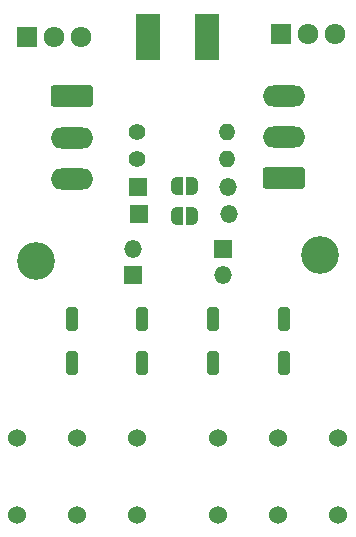
<source format=gbr>
%TF.GenerationSoftware,KiCad,Pcbnew,8.0.8*%
%TF.CreationDate,2025-01-30T22:26:20+01:00*%
%TF.ProjectId,pointMotor,706f696e-744d-46f7-946f-722e6b696361,rev?*%
%TF.SameCoordinates,Original*%
%TF.FileFunction,Soldermask,Top*%
%TF.FilePolarity,Negative*%
%FSLAX46Y46*%
G04 Gerber Fmt 4.6, Leading zero omitted, Abs format (unit mm)*
G04 Created by KiCad (PCBNEW 8.0.8) date 2025-01-30 22:26:20*
%MOMM*%
%LPD*%
G01*
G04 APERTURE LIST*
G04 Aperture macros list*
%AMRoundRect*
0 Rectangle with rounded corners*
0 $1 Rounding radius*
0 $2 $3 $4 $5 $6 $7 $8 $9 X,Y pos of 4 corners*
0 Add a 4 corners polygon primitive as box body*
4,1,4,$2,$3,$4,$5,$6,$7,$8,$9,$2,$3,0*
0 Add four circle primitives for the rounded corners*
1,1,$1+$1,$2,$3*
1,1,$1+$1,$4,$5*
1,1,$1+$1,$6,$7*
1,1,$1+$1,$8,$9*
0 Add four rect primitives between the rounded corners*
20,1,$1+$1,$2,$3,$4,$5,0*
20,1,$1+$1,$4,$5,$6,$7,0*
20,1,$1+$1,$6,$7,$8,$9,0*
20,1,$1+$1,$8,$9,$2,$3,0*%
%AMFreePoly0*
4,1,19,0.500000,-0.750000,0.000000,-0.750000,0.000000,-0.744911,-0.071157,-0.744911,-0.207708,-0.704816,-0.327430,-0.627875,-0.420627,-0.520320,-0.479746,-0.390866,-0.500000,-0.250000,-0.500000,0.250000,-0.479746,0.390866,-0.420627,0.520320,-0.327430,0.627875,-0.207708,0.704816,-0.071157,0.744911,0.000000,0.744911,0.000000,0.750000,0.500000,0.750000,0.500000,-0.750000,0.500000,-0.750000,
$1*%
%AMFreePoly1*
4,1,19,0.000000,0.744911,0.071157,0.744911,0.207708,0.704816,0.327430,0.627875,0.420627,0.520320,0.479746,0.390866,0.500000,0.250000,0.500000,-0.250000,0.479746,-0.390866,0.420627,-0.520320,0.327430,-0.627875,0.207708,-0.704816,0.071157,-0.744911,0.000000,-0.744911,0.000000,-0.750000,-0.500000,-0.750000,-0.500000,0.750000,0.000000,0.750000,0.000000,0.744911,0.000000,0.744911,
$1*%
G04 Aperture macros list end*
%ADD10RoundRect,0.250000X-1.550000X0.650000X-1.550000X-0.650000X1.550000X-0.650000X1.550000X0.650000X0*%
%ADD11O,3.600000X1.800000*%
%ADD12FreePoly0,180.000000*%
%ADD13FreePoly1,180.000000*%
%ADD14RoundRect,0.250000X1.550000X-0.650000X1.550000X0.650000X-1.550000X0.650000X-1.550000X-0.650000X0*%
%ADD15R,1.500000X1.500000*%
%ADD16O,1.500000X1.500000*%
%ADD17R,1.710000X1.800000*%
%ADD18O,1.710000X1.800000*%
%ADD19R,2.000000X4.000000*%
%ADD20RoundRect,0.250000X-0.250000X-0.750000X0.250000X-0.750000X0.250000X0.750000X-0.250000X0.750000X0*%
%ADD21C,3.200000*%
%ADD22C,1.524000*%
%ADD23C,1.400000*%
%ADD24O,1.400000X1.400000*%
G04 APERTURE END LIST*
D10*
%TO.C,J1*%
X107000000Y-79055000D03*
D11*
X107000000Y-82555000D03*
X107000000Y-86055000D03*
%TD*%
D12*
%TO.C,JP1*%
X117236000Y-86614000D03*
D13*
X115936000Y-86614000D03*
%TD*%
D14*
%TO.C,J101*%
X125000000Y-86000000D03*
D11*
X125000000Y-82500000D03*
X125000000Y-79000000D03*
%TD*%
D15*
%TO.C,D102*%
X119815000Y-92000000D03*
D16*
X112195000Y-92000000D03*
%TD*%
D17*
%TO.C,Q2*%
X124726000Y-73787000D03*
D18*
X127006000Y-73787000D03*
X129286000Y-73787000D03*
%TD*%
D19*
%TO.C,J102*%
X113500000Y-74000000D03*
X118500000Y-74000000D03*
D20*
X107000000Y-97900000D03*
X107000000Y-101600000D03*
X113000000Y-97900000D03*
X113000000Y-101600000D03*
X119000000Y-97900000D03*
X119000000Y-101600000D03*
X125000000Y-97900000D03*
X125000000Y-101600000D03*
%TD*%
D12*
%TO.C,JP2*%
X117236000Y-89154000D03*
D13*
X115936000Y-89154000D03*
%TD*%
D21*
%TO.C,REF\u002A\u002A*%
X104000000Y-93000000D03*
%TD*%
D15*
%TO.C,D1*%
X112644000Y-86741000D03*
D16*
X120264000Y-86741000D03*
%TD*%
D22*
%TO.C,SW103*%
X112580000Y-114520000D03*
X102420000Y-114510000D03*
X107500000Y-114510000D03*
%TD*%
D15*
%TO.C,D101*%
X112185000Y-94189000D03*
D16*
X119805000Y-94189000D03*
%TD*%
D22*
%TO.C,SW102*%
X119420000Y-108000000D03*
X129580000Y-108010000D03*
X124500000Y-108010000D03*
%TD*%
D23*
%TO.C,R2*%
X112522000Y-84328000D03*
D24*
X120142000Y-84328000D03*
%TD*%
D22*
%TO.C,SW104*%
X119420000Y-114500000D03*
X129580000Y-114510000D03*
X124500000Y-114510000D03*
%TD*%
D23*
%TO.C,R1*%
X112522000Y-82067000D03*
D24*
X120142000Y-82067000D03*
%TD*%
D17*
%TO.C,Q1*%
X103220000Y-74000000D03*
D18*
X105500000Y-74000000D03*
X107780000Y-74000000D03*
%TD*%
D21*
%TO.C,REF\u002A\u002A*%
X128000000Y-92500000D03*
%TD*%
D22*
%TO.C,SW101*%
X112580000Y-108020000D03*
X102420000Y-108010000D03*
X107500000Y-108010000D03*
%TD*%
D15*
%TO.C,D2*%
X112685000Y-89000000D03*
D16*
X120305000Y-89000000D03*
%TD*%
M02*

</source>
